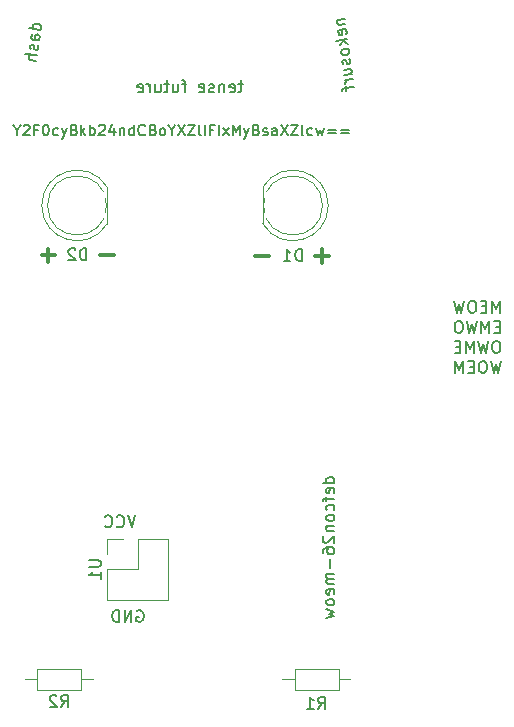
<source format=gbo>
G04 #@! TF.FileFunction,Legend,Bot*
%FSLAX46Y46*%
G04 Gerber Fmt 4.6, Leading zero omitted, Abs format (unit mm)*
G04 Created by KiCad (PCBNEW 4.0.7) date Saturday, October 27, 2018 'PMt' 11:49:14 PM*
%MOMM*%
%LPD*%
G01*
G04 APERTURE LIST*
%ADD10C,0.100000*%
%ADD11C,0.200000*%
%ADD12C,0.300000*%
%ADD13C,0.120000*%
%ADD14C,0.150000*%
%ADD15C,0.010000*%
%ADD16R,2.200000X2.200000*%
%ADD17C,2.200000*%
%ADD18C,1.800000*%
%ADD19O,1.800000X1.800000*%
%ADD20R,2.100000X2.100000*%
%ADD21O,2.100000X2.100000*%
G04 APERTURE END LIST*
D10*
D11*
X175235952Y-89850381D02*
X175235952Y-88850381D01*
X174902618Y-89564667D01*
X174569285Y-88850381D01*
X174569285Y-89850381D01*
X174093095Y-89326571D02*
X173759761Y-89326571D01*
X173616904Y-89850381D02*
X174093095Y-89850381D01*
X174093095Y-88850381D01*
X173616904Y-88850381D01*
X172997857Y-88850381D02*
X172807380Y-88850381D01*
X172712142Y-88898000D01*
X172616904Y-88993238D01*
X172569285Y-89183714D01*
X172569285Y-89517048D01*
X172616904Y-89707524D01*
X172712142Y-89802762D01*
X172807380Y-89850381D01*
X172997857Y-89850381D01*
X173093095Y-89802762D01*
X173188333Y-89707524D01*
X173235952Y-89517048D01*
X173235952Y-89183714D01*
X173188333Y-88993238D01*
X173093095Y-88898000D01*
X172997857Y-88850381D01*
X172235952Y-88850381D02*
X171997857Y-89850381D01*
X171807380Y-89136095D01*
X171616904Y-89850381D01*
X171378809Y-88850381D01*
X175235952Y-91026571D02*
X174902618Y-91026571D01*
X174759761Y-91550381D02*
X175235952Y-91550381D01*
X175235952Y-90550381D01*
X174759761Y-90550381D01*
X174331190Y-91550381D02*
X174331190Y-90550381D01*
X173997856Y-91264667D01*
X173664523Y-90550381D01*
X173664523Y-91550381D01*
X173283571Y-90550381D02*
X173045476Y-91550381D01*
X172854999Y-90836095D01*
X172664523Y-91550381D01*
X172426428Y-90550381D01*
X171855000Y-90550381D02*
X171664523Y-90550381D01*
X171569285Y-90598000D01*
X171474047Y-90693238D01*
X171426428Y-90883714D01*
X171426428Y-91217048D01*
X171474047Y-91407524D01*
X171569285Y-91502762D01*
X171664523Y-91550381D01*
X171855000Y-91550381D01*
X171950238Y-91502762D01*
X172045476Y-91407524D01*
X172093095Y-91217048D01*
X172093095Y-90883714D01*
X172045476Y-90693238D01*
X171950238Y-90598000D01*
X171855000Y-90550381D01*
X175045476Y-92250381D02*
X174854999Y-92250381D01*
X174759761Y-92298000D01*
X174664523Y-92393238D01*
X174616904Y-92583714D01*
X174616904Y-92917048D01*
X174664523Y-93107524D01*
X174759761Y-93202762D01*
X174854999Y-93250381D01*
X175045476Y-93250381D01*
X175140714Y-93202762D01*
X175235952Y-93107524D01*
X175283571Y-92917048D01*
X175283571Y-92583714D01*
X175235952Y-92393238D01*
X175140714Y-92298000D01*
X175045476Y-92250381D01*
X174283571Y-92250381D02*
X174045476Y-93250381D01*
X173854999Y-92536095D01*
X173664523Y-93250381D01*
X173426428Y-92250381D01*
X173045476Y-93250381D02*
X173045476Y-92250381D01*
X172712142Y-92964667D01*
X172378809Y-92250381D01*
X172378809Y-93250381D01*
X171902619Y-92726571D02*
X171569285Y-92726571D01*
X171426428Y-93250381D02*
X171902619Y-93250381D01*
X171902619Y-92250381D01*
X171426428Y-92250381D01*
X175331190Y-93950381D02*
X175093095Y-94950381D01*
X174902618Y-94236095D01*
X174712142Y-94950381D01*
X174474047Y-93950381D01*
X173902619Y-93950381D02*
X173712142Y-93950381D01*
X173616904Y-93998000D01*
X173521666Y-94093238D01*
X173474047Y-94283714D01*
X173474047Y-94617048D01*
X173521666Y-94807524D01*
X173616904Y-94902762D01*
X173712142Y-94950381D01*
X173902619Y-94950381D01*
X173997857Y-94902762D01*
X174093095Y-94807524D01*
X174140714Y-94617048D01*
X174140714Y-94283714D01*
X174093095Y-94093238D01*
X173997857Y-93998000D01*
X173902619Y-93950381D01*
X173045476Y-94426571D02*
X172712142Y-94426571D01*
X172569285Y-94950381D02*
X173045476Y-94950381D01*
X173045476Y-93950381D01*
X172569285Y-93950381D01*
X172140714Y-94950381D02*
X172140714Y-93950381D01*
X171807380Y-94664667D01*
X171474047Y-93950381D01*
X171474047Y-94950381D01*
X144398833Y-107021381D02*
X144065500Y-108021381D01*
X143732166Y-107021381D01*
X142827404Y-107926143D02*
X142875023Y-107973762D01*
X143017880Y-108021381D01*
X143113118Y-108021381D01*
X143255976Y-107973762D01*
X143351214Y-107878524D01*
X143398833Y-107783286D01*
X143446452Y-107592810D01*
X143446452Y-107449952D01*
X143398833Y-107259476D01*
X143351214Y-107164238D01*
X143255976Y-107069000D01*
X143113118Y-107021381D01*
X143017880Y-107021381D01*
X142875023Y-107069000D01*
X142827404Y-107116619D01*
X141827404Y-107926143D02*
X141875023Y-107973762D01*
X142017880Y-108021381D01*
X142113118Y-108021381D01*
X142255976Y-107973762D01*
X142351214Y-107878524D01*
X142398833Y-107783286D01*
X142446452Y-107592810D01*
X142446452Y-107449952D01*
X142398833Y-107259476D01*
X142351214Y-107164238D01*
X142255976Y-107069000D01*
X142113118Y-107021381D01*
X142017880Y-107021381D01*
X141875023Y-107069000D01*
X141827404Y-107116619D01*
X144525904Y-115070000D02*
X144621142Y-115022381D01*
X144763999Y-115022381D01*
X144906857Y-115070000D01*
X145002095Y-115165238D01*
X145049714Y-115260476D01*
X145097333Y-115450952D01*
X145097333Y-115593810D01*
X145049714Y-115784286D01*
X145002095Y-115879524D01*
X144906857Y-115974762D01*
X144763999Y-116022381D01*
X144668761Y-116022381D01*
X144525904Y-115974762D01*
X144478285Y-115927143D01*
X144478285Y-115593810D01*
X144668761Y-115593810D01*
X144049714Y-116022381D02*
X144049714Y-115022381D01*
X143478285Y-116022381D01*
X143478285Y-115022381D01*
X143002095Y-116022381D02*
X143002095Y-115022381D01*
X142764000Y-115022381D01*
X142621142Y-115070000D01*
X142525904Y-115165238D01*
X142478285Y-115260476D01*
X142430666Y-115450952D01*
X142430666Y-115593810D01*
X142478285Y-115784286D01*
X142525904Y-115879524D01*
X142621142Y-115974762D01*
X142764000Y-116022381D01*
X143002095Y-116022381D01*
D12*
X160781928Y-85070143D02*
X159639071Y-85070143D01*
X160210500Y-85641571D02*
X160210500Y-84498714D01*
X137604428Y-85006643D02*
X136461571Y-85006643D01*
X137033000Y-85578071D02*
X137033000Y-84435214D01*
X155701928Y-85070143D02*
X154559071Y-85070143D01*
X142557428Y-84943143D02*
X141414571Y-84943143D01*
D11*
X134364570Y-74400571D02*
X134364570Y-74829143D01*
X134064570Y-73929143D02*
X134364570Y-74400571D01*
X134664570Y-73929143D01*
X134921714Y-74014857D02*
X134964571Y-73972000D01*
X135050285Y-73929143D01*
X135264571Y-73929143D01*
X135350285Y-73972000D01*
X135393142Y-74014857D01*
X135435999Y-74100571D01*
X135435999Y-74186286D01*
X135393142Y-74314857D01*
X134878856Y-74829143D01*
X135435999Y-74829143D01*
X136121714Y-74357714D02*
X135821714Y-74357714D01*
X135821714Y-74829143D02*
X135821714Y-73929143D01*
X136250285Y-73929143D01*
X136764571Y-73929143D02*
X136850286Y-73929143D01*
X136936000Y-73972000D01*
X136978857Y-74014857D01*
X137021714Y-74100571D01*
X137064571Y-74272000D01*
X137064571Y-74486286D01*
X137021714Y-74657714D01*
X136978857Y-74743429D01*
X136936000Y-74786286D01*
X136850286Y-74829143D01*
X136764571Y-74829143D01*
X136678857Y-74786286D01*
X136636000Y-74743429D01*
X136593143Y-74657714D01*
X136550286Y-74486286D01*
X136550286Y-74272000D01*
X136593143Y-74100571D01*
X136636000Y-74014857D01*
X136678857Y-73972000D01*
X136764571Y-73929143D01*
X137836000Y-74786286D02*
X137750286Y-74829143D01*
X137578857Y-74829143D01*
X137493143Y-74786286D01*
X137450286Y-74743429D01*
X137407429Y-74657714D01*
X137407429Y-74400571D01*
X137450286Y-74314857D01*
X137493143Y-74272000D01*
X137578857Y-74229143D01*
X137750286Y-74229143D01*
X137836000Y-74272000D01*
X138136000Y-74229143D02*
X138350286Y-74829143D01*
X138564572Y-74229143D02*
X138350286Y-74829143D01*
X138264572Y-75043429D01*
X138221715Y-75086286D01*
X138136000Y-75129143D01*
X139207429Y-74357714D02*
X139336000Y-74400571D01*
X139378857Y-74443429D01*
X139421714Y-74529143D01*
X139421714Y-74657714D01*
X139378857Y-74743429D01*
X139336000Y-74786286D01*
X139250286Y-74829143D01*
X138907429Y-74829143D01*
X138907429Y-73929143D01*
X139207429Y-73929143D01*
X139293143Y-73972000D01*
X139336000Y-74014857D01*
X139378857Y-74100571D01*
X139378857Y-74186286D01*
X139336000Y-74272000D01*
X139293143Y-74314857D01*
X139207429Y-74357714D01*
X138907429Y-74357714D01*
X139807429Y-74829143D02*
X139807429Y-73929143D01*
X139893143Y-74486286D02*
X140150286Y-74829143D01*
X140150286Y-74229143D02*
X139807429Y-74572000D01*
X140536000Y-74829143D02*
X140536000Y-73929143D01*
X140536000Y-74272000D02*
X140621714Y-74229143D01*
X140793143Y-74229143D01*
X140878857Y-74272000D01*
X140921714Y-74314857D01*
X140964571Y-74400571D01*
X140964571Y-74657714D01*
X140921714Y-74743429D01*
X140878857Y-74786286D01*
X140793143Y-74829143D01*
X140621714Y-74829143D01*
X140536000Y-74786286D01*
X141307429Y-74014857D02*
X141350286Y-73972000D01*
X141436000Y-73929143D01*
X141650286Y-73929143D01*
X141736000Y-73972000D01*
X141778857Y-74014857D01*
X141821714Y-74100571D01*
X141821714Y-74186286D01*
X141778857Y-74314857D01*
X141264571Y-74829143D01*
X141821714Y-74829143D01*
X142593143Y-74229143D02*
X142593143Y-74829143D01*
X142378857Y-73886286D02*
X142164572Y-74529143D01*
X142721714Y-74529143D01*
X143064572Y-74229143D02*
X143064572Y-74829143D01*
X143064572Y-74314857D02*
X143107429Y-74272000D01*
X143193143Y-74229143D01*
X143321715Y-74229143D01*
X143407429Y-74272000D01*
X143450286Y-74357714D01*
X143450286Y-74829143D01*
X144264572Y-74829143D02*
X144264572Y-73929143D01*
X144264572Y-74786286D02*
X144178858Y-74829143D01*
X144007429Y-74829143D01*
X143921715Y-74786286D01*
X143878858Y-74743429D01*
X143836001Y-74657714D01*
X143836001Y-74400571D01*
X143878858Y-74314857D01*
X143921715Y-74272000D01*
X144007429Y-74229143D01*
X144178858Y-74229143D01*
X144264572Y-74272000D01*
X145207429Y-74743429D02*
X145164572Y-74786286D01*
X145036001Y-74829143D01*
X144950287Y-74829143D01*
X144821715Y-74786286D01*
X144736001Y-74700571D01*
X144693144Y-74614857D01*
X144650287Y-74443429D01*
X144650287Y-74314857D01*
X144693144Y-74143429D01*
X144736001Y-74057714D01*
X144821715Y-73972000D01*
X144950287Y-73929143D01*
X145036001Y-73929143D01*
X145164572Y-73972000D01*
X145207429Y-74014857D01*
X145893144Y-74357714D02*
X146021715Y-74400571D01*
X146064572Y-74443429D01*
X146107429Y-74529143D01*
X146107429Y-74657714D01*
X146064572Y-74743429D01*
X146021715Y-74786286D01*
X145936001Y-74829143D01*
X145593144Y-74829143D01*
X145593144Y-73929143D01*
X145893144Y-73929143D01*
X145978858Y-73972000D01*
X146021715Y-74014857D01*
X146064572Y-74100571D01*
X146064572Y-74186286D01*
X146021715Y-74272000D01*
X145978858Y-74314857D01*
X145893144Y-74357714D01*
X145593144Y-74357714D01*
X146621715Y-74829143D02*
X146536001Y-74786286D01*
X146493144Y-74743429D01*
X146450287Y-74657714D01*
X146450287Y-74400571D01*
X146493144Y-74314857D01*
X146536001Y-74272000D01*
X146621715Y-74229143D01*
X146750287Y-74229143D01*
X146836001Y-74272000D01*
X146878858Y-74314857D01*
X146921715Y-74400571D01*
X146921715Y-74657714D01*
X146878858Y-74743429D01*
X146836001Y-74786286D01*
X146750287Y-74829143D01*
X146621715Y-74829143D01*
X147478858Y-74400571D02*
X147478858Y-74829143D01*
X147178858Y-73929143D02*
X147478858Y-74400571D01*
X147778858Y-73929143D01*
X147993144Y-73929143D02*
X148593144Y-74829143D01*
X148593144Y-73929143D02*
X147993144Y-74829143D01*
X148850287Y-73929143D02*
X149450287Y-73929143D01*
X148850287Y-74829143D01*
X149450287Y-74829143D01*
X149921716Y-74829143D02*
X149836002Y-74786286D01*
X149793145Y-74700571D01*
X149793145Y-73929143D01*
X150264574Y-74829143D02*
X150264574Y-73929143D01*
X150993145Y-74357714D02*
X150693145Y-74357714D01*
X150693145Y-74829143D02*
X150693145Y-73929143D01*
X151121716Y-73929143D01*
X151464574Y-74829143D02*
X151464574Y-73929143D01*
X151807430Y-74829143D02*
X152278859Y-74229143D01*
X151807430Y-74229143D02*
X152278859Y-74829143D01*
X152621716Y-74829143D02*
X152621716Y-73929143D01*
X152921716Y-74572000D01*
X153221716Y-73929143D01*
X153221716Y-74829143D01*
X153564572Y-74229143D02*
X153778858Y-74829143D01*
X153993144Y-74229143D02*
X153778858Y-74829143D01*
X153693144Y-75043429D01*
X153650287Y-75086286D01*
X153564572Y-75129143D01*
X154636001Y-74357714D02*
X154764572Y-74400571D01*
X154807429Y-74443429D01*
X154850286Y-74529143D01*
X154850286Y-74657714D01*
X154807429Y-74743429D01*
X154764572Y-74786286D01*
X154678858Y-74829143D01*
X154336001Y-74829143D01*
X154336001Y-73929143D01*
X154636001Y-73929143D01*
X154721715Y-73972000D01*
X154764572Y-74014857D01*
X154807429Y-74100571D01*
X154807429Y-74186286D01*
X154764572Y-74272000D01*
X154721715Y-74314857D01*
X154636001Y-74357714D01*
X154336001Y-74357714D01*
X155193144Y-74786286D02*
X155278858Y-74829143D01*
X155450286Y-74829143D01*
X155536001Y-74786286D01*
X155578858Y-74700571D01*
X155578858Y-74657714D01*
X155536001Y-74572000D01*
X155450286Y-74529143D01*
X155321715Y-74529143D01*
X155236001Y-74486286D01*
X155193144Y-74400571D01*
X155193144Y-74357714D01*
X155236001Y-74272000D01*
X155321715Y-74229143D01*
X155450286Y-74229143D01*
X155536001Y-74272000D01*
X156350286Y-74829143D02*
X156350286Y-74357714D01*
X156307429Y-74272000D01*
X156221715Y-74229143D01*
X156050286Y-74229143D01*
X155964572Y-74272000D01*
X156350286Y-74786286D02*
X156264572Y-74829143D01*
X156050286Y-74829143D01*
X155964572Y-74786286D01*
X155921715Y-74700571D01*
X155921715Y-74614857D01*
X155964572Y-74529143D01*
X156050286Y-74486286D01*
X156264572Y-74486286D01*
X156350286Y-74443429D01*
X156693143Y-73929143D02*
X157293143Y-74829143D01*
X157293143Y-73929143D02*
X156693143Y-74829143D01*
X157550286Y-73929143D02*
X158150286Y-73929143D01*
X157550286Y-74829143D01*
X158150286Y-74829143D01*
X158621715Y-74829143D02*
X158536001Y-74786286D01*
X158493144Y-74700571D01*
X158493144Y-73929143D01*
X159350287Y-74786286D02*
X159264573Y-74829143D01*
X159093144Y-74829143D01*
X159007430Y-74786286D01*
X158964573Y-74743429D01*
X158921716Y-74657714D01*
X158921716Y-74400571D01*
X158964573Y-74314857D01*
X159007430Y-74272000D01*
X159093144Y-74229143D01*
X159264573Y-74229143D01*
X159350287Y-74272000D01*
X159650287Y-74229143D02*
X159821716Y-74829143D01*
X159993145Y-74400571D01*
X160164573Y-74829143D01*
X160336002Y-74229143D01*
X160678859Y-74357714D02*
X161364573Y-74357714D01*
X161364573Y-74614857D02*
X160678859Y-74614857D01*
X161793145Y-74357714D02*
X162478859Y-74357714D01*
X162478859Y-74614857D02*
X161793145Y-74614857D01*
X153471001Y-70524714D02*
X153090049Y-70524714D01*
X153328144Y-70191381D02*
X153328144Y-71048524D01*
X153280525Y-71143762D01*
X153185287Y-71191381D01*
X153090049Y-71191381D01*
X152375762Y-71143762D02*
X152471000Y-71191381D01*
X152661477Y-71191381D01*
X152756715Y-71143762D01*
X152804334Y-71048524D01*
X152804334Y-70667571D01*
X152756715Y-70572333D01*
X152661477Y-70524714D01*
X152471000Y-70524714D01*
X152375762Y-70572333D01*
X152328143Y-70667571D01*
X152328143Y-70762810D01*
X152804334Y-70858048D01*
X151899572Y-70524714D02*
X151899572Y-71191381D01*
X151899572Y-70619952D02*
X151851953Y-70572333D01*
X151756715Y-70524714D01*
X151613857Y-70524714D01*
X151518619Y-70572333D01*
X151471000Y-70667571D01*
X151471000Y-71191381D01*
X151042429Y-71143762D02*
X150947191Y-71191381D01*
X150756715Y-71191381D01*
X150661476Y-71143762D01*
X150613857Y-71048524D01*
X150613857Y-71000905D01*
X150661476Y-70905667D01*
X150756715Y-70858048D01*
X150899572Y-70858048D01*
X150994810Y-70810429D01*
X151042429Y-70715190D01*
X151042429Y-70667571D01*
X150994810Y-70572333D01*
X150899572Y-70524714D01*
X150756715Y-70524714D01*
X150661476Y-70572333D01*
X149804333Y-71143762D02*
X149899571Y-71191381D01*
X150090048Y-71191381D01*
X150185286Y-71143762D01*
X150232905Y-71048524D01*
X150232905Y-70667571D01*
X150185286Y-70572333D01*
X150090048Y-70524714D01*
X149899571Y-70524714D01*
X149804333Y-70572333D01*
X149756714Y-70667571D01*
X149756714Y-70762810D01*
X150232905Y-70858048D01*
X148709095Y-70524714D02*
X148328143Y-70524714D01*
X148566238Y-71191381D02*
X148566238Y-70334238D01*
X148518619Y-70239000D01*
X148423381Y-70191381D01*
X148328143Y-70191381D01*
X147566237Y-70524714D02*
X147566237Y-71191381D01*
X147994809Y-70524714D02*
X147994809Y-71048524D01*
X147947190Y-71143762D01*
X147851952Y-71191381D01*
X147709094Y-71191381D01*
X147613856Y-71143762D01*
X147566237Y-71096143D01*
X147232904Y-70524714D02*
X146851952Y-70524714D01*
X147090047Y-70191381D02*
X147090047Y-71048524D01*
X147042428Y-71143762D01*
X146947190Y-71191381D01*
X146851952Y-71191381D01*
X146090046Y-70524714D02*
X146090046Y-71191381D01*
X146518618Y-70524714D02*
X146518618Y-71048524D01*
X146470999Y-71143762D01*
X146375761Y-71191381D01*
X146232903Y-71191381D01*
X146137665Y-71143762D01*
X146090046Y-71096143D01*
X145613856Y-71191381D02*
X145613856Y-70524714D01*
X145613856Y-70715190D02*
X145566237Y-70619952D01*
X145518618Y-70572333D01*
X145423380Y-70524714D01*
X145328141Y-70524714D01*
X144613855Y-71143762D02*
X144709093Y-71191381D01*
X144899570Y-71191381D01*
X144994808Y-71143762D01*
X145042427Y-71048524D01*
X145042427Y-70667571D01*
X144994808Y-70572333D01*
X144899570Y-70524714D01*
X144709093Y-70524714D01*
X144613855Y-70572333D01*
X144566236Y-70667571D01*
X144566236Y-70762810D01*
X145042427Y-70858048D01*
X161454184Y-65045846D02*
X162115148Y-64958828D01*
X161548607Y-65033415D02*
X161507611Y-65086842D01*
X161472831Y-65187481D01*
X161491477Y-65329117D01*
X161551120Y-65417324D01*
X161651759Y-65452105D01*
X162171088Y-65383734D01*
X162235756Y-66239760D02*
X162270536Y-66139121D01*
X162245674Y-65950273D01*
X162186031Y-65862066D01*
X162085392Y-65827285D01*
X161707699Y-65877009D01*
X161619491Y-65936652D01*
X161584710Y-66037291D01*
X161609572Y-66226138D01*
X161669215Y-66314346D01*
X161769854Y-66349127D01*
X161864278Y-66336695D01*
X161896546Y-65852147D01*
X162345122Y-66705660D02*
X161353678Y-66836186D01*
X161979861Y-66849808D02*
X162394847Y-67083354D01*
X161733883Y-67170372D02*
X162061853Y-66742953D01*
X162469433Y-67649893D02*
X162409790Y-67561686D01*
X162356363Y-67520690D01*
X162255724Y-67485909D01*
X161972454Y-67523202D01*
X161884246Y-67582845D01*
X161843250Y-67636272D01*
X161808469Y-67736911D01*
X161827116Y-67878547D01*
X161886759Y-67966754D01*
X161940186Y-68007750D01*
X162040825Y-68042531D01*
X162324095Y-68005238D01*
X162412303Y-67945595D01*
X162453299Y-67892168D01*
X162488080Y-67791529D01*
X162469433Y-67649893D01*
X162515454Y-68364284D02*
X162575097Y-68452492D01*
X162599959Y-68641338D01*
X162565179Y-68741978D01*
X162476971Y-68801621D01*
X162429760Y-68807836D01*
X162329121Y-68773056D01*
X162269478Y-68684847D01*
X162250831Y-68543212D01*
X162191189Y-68455004D01*
X162090549Y-68420224D01*
X162043337Y-68426439D01*
X161955130Y-68486082D01*
X161920349Y-68586721D01*
X161938996Y-68728356D01*
X161998638Y-68816564D01*
X162069522Y-69719802D02*
X162730486Y-69632784D01*
X162013582Y-69294896D02*
X162532911Y-69226525D01*
X162633550Y-69261306D01*
X162693192Y-69349513D01*
X162711839Y-69491149D01*
X162677058Y-69591788D01*
X162636062Y-69645215D01*
X162792641Y-70104900D02*
X162131677Y-70191918D01*
X162320524Y-70167056D02*
X162232316Y-70226698D01*
X162191320Y-70280125D01*
X162156539Y-70380764D01*
X162168971Y-70475188D01*
X162193833Y-70664035D02*
X162243557Y-71041728D01*
X162873443Y-70718652D02*
X162023633Y-70830532D01*
X161935425Y-70890174D01*
X161900645Y-70990813D01*
X161913076Y-71085236D01*
X136354468Y-65902179D02*
X135363023Y-65771653D01*
X136307256Y-65895964D02*
X136366899Y-65807756D01*
X136391761Y-65618909D01*
X136356981Y-65518270D01*
X136315985Y-65464843D01*
X136227777Y-65405200D01*
X135944506Y-65367907D01*
X135843868Y-65402688D01*
X135790440Y-65443684D01*
X135730798Y-65531891D01*
X135705936Y-65720739D01*
X135740716Y-65821378D01*
X136236373Y-66799201D02*
X135717044Y-66730830D01*
X135628836Y-66671188D01*
X135594056Y-66570549D01*
X135618918Y-66381701D01*
X135678561Y-66293494D01*
X136189161Y-66792986D02*
X136248804Y-66704778D01*
X136279882Y-66468719D01*
X136245101Y-66368080D01*
X136156893Y-66308437D01*
X136062470Y-66296006D01*
X135961832Y-66330787D01*
X135902189Y-66418995D01*
X135871111Y-66655054D01*
X135811468Y-66743261D01*
X136133222Y-67217890D02*
X136168002Y-67318529D01*
X136143140Y-67507375D01*
X136083497Y-67595584D01*
X135982858Y-67630365D01*
X135935647Y-67624149D01*
X135847439Y-67564506D01*
X135812659Y-67463867D01*
X135831305Y-67322232D01*
X135796525Y-67221593D01*
X135708316Y-67161950D01*
X135661104Y-67155735D01*
X135560466Y-67190515D01*
X135500823Y-67278723D01*
X135482176Y-67420358D01*
X135516957Y-67520998D01*
X136068554Y-68073916D02*
X135077109Y-67943389D01*
X136012614Y-68498821D02*
X135493285Y-68430450D01*
X135405077Y-68370808D01*
X135370297Y-68270169D01*
X135388943Y-68128533D01*
X135448586Y-68040325D01*
X135502013Y-67999329D01*
X161234381Y-104251810D02*
X160234381Y-104251810D01*
X161186762Y-104251810D02*
X161234381Y-104156572D01*
X161234381Y-103966095D01*
X161186762Y-103870857D01*
X161139143Y-103823238D01*
X161043905Y-103775619D01*
X160758190Y-103775619D01*
X160662952Y-103823238D01*
X160615333Y-103870857D01*
X160567714Y-103966095D01*
X160567714Y-104156572D01*
X160615333Y-104251810D01*
X161186762Y-105108953D02*
X161234381Y-105013715D01*
X161234381Y-104823238D01*
X161186762Y-104728000D01*
X161091524Y-104680381D01*
X160710571Y-104680381D01*
X160615333Y-104728000D01*
X160567714Y-104823238D01*
X160567714Y-105013715D01*
X160615333Y-105108953D01*
X160710571Y-105156572D01*
X160805810Y-105156572D01*
X160901048Y-104680381D01*
X160567714Y-105442286D02*
X160567714Y-105823238D01*
X161234381Y-105585143D02*
X160377238Y-105585143D01*
X160282000Y-105632762D01*
X160234381Y-105728000D01*
X160234381Y-105823238D01*
X161186762Y-106585144D02*
X161234381Y-106489906D01*
X161234381Y-106299429D01*
X161186762Y-106204191D01*
X161139143Y-106156572D01*
X161043905Y-106108953D01*
X160758190Y-106108953D01*
X160662952Y-106156572D01*
X160615333Y-106204191D01*
X160567714Y-106299429D01*
X160567714Y-106489906D01*
X160615333Y-106585144D01*
X161234381Y-107156572D02*
X161186762Y-107061334D01*
X161139143Y-107013715D01*
X161043905Y-106966096D01*
X160758190Y-106966096D01*
X160662952Y-107013715D01*
X160615333Y-107061334D01*
X160567714Y-107156572D01*
X160567714Y-107299430D01*
X160615333Y-107394668D01*
X160662952Y-107442287D01*
X160758190Y-107489906D01*
X161043905Y-107489906D01*
X161139143Y-107442287D01*
X161186762Y-107394668D01*
X161234381Y-107299430D01*
X161234381Y-107156572D01*
X160567714Y-107918477D02*
X161234381Y-107918477D01*
X160662952Y-107918477D02*
X160615333Y-107966096D01*
X160567714Y-108061334D01*
X160567714Y-108204192D01*
X160615333Y-108299430D01*
X160710571Y-108347049D01*
X161234381Y-108347049D01*
X160329619Y-108775620D02*
X160282000Y-108823239D01*
X160234381Y-108918477D01*
X160234381Y-109156573D01*
X160282000Y-109251811D01*
X160329619Y-109299430D01*
X160424857Y-109347049D01*
X160520095Y-109347049D01*
X160662952Y-109299430D01*
X161234381Y-108728001D01*
X161234381Y-109347049D01*
X160234381Y-110204192D02*
X160234381Y-110013715D01*
X160282000Y-109918477D01*
X160329619Y-109870858D01*
X160472476Y-109775620D01*
X160662952Y-109728001D01*
X161043905Y-109728001D01*
X161139143Y-109775620D01*
X161186762Y-109823239D01*
X161234381Y-109918477D01*
X161234381Y-110108954D01*
X161186762Y-110204192D01*
X161139143Y-110251811D01*
X161043905Y-110299430D01*
X160805810Y-110299430D01*
X160710571Y-110251811D01*
X160662952Y-110204192D01*
X160615333Y-110108954D01*
X160615333Y-109918477D01*
X160662952Y-109823239D01*
X160710571Y-109775620D01*
X160805810Y-109728001D01*
X160853429Y-110728001D02*
X160853429Y-111489906D01*
X161234381Y-111966096D02*
X160567714Y-111966096D01*
X160662952Y-111966096D02*
X160615333Y-112013715D01*
X160567714Y-112108953D01*
X160567714Y-112251811D01*
X160615333Y-112347049D01*
X160710571Y-112394668D01*
X161234381Y-112394668D01*
X160710571Y-112394668D02*
X160615333Y-112442287D01*
X160567714Y-112537525D01*
X160567714Y-112680382D01*
X160615333Y-112775620D01*
X160710571Y-112823239D01*
X161234381Y-112823239D01*
X161186762Y-113680382D02*
X161234381Y-113585144D01*
X161234381Y-113394667D01*
X161186762Y-113299429D01*
X161091524Y-113251810D01*
X160710571Y-113251810D01*
X160615333Y-113299429D01*
X160567714Y-113394667D01*
X160567714Y-113585144D01*
X160615333Y-113680382D01*
X160710571Y-113728001D01*
X160805810Y-113728001D01*
X160901048Y-113251810D01*
X161234381Y-114299429D02*
X161186762Y-114204191D01*
X161139143Y-114156572D01*
X161043905Y-114108953D01*
X160758190Y-114108953D01*
X160662952Y-114156572D01*
X160615333Y-114204191D01*
X160567714Y-114299429D01*
X160567714Y-114442287D01*
X160615333Y-114537525D01*
X160662952Y-114585144D01*
X160758190Y-114632763D01*
X161043905Y-114632763D01*
X161139143Y-114585144D01*
X161186762Y-114537525D01*
X161234381Y-114442287D01*
X161234381Y-114299429D01*
X160567714Y-114966096D02*
X161234381Y-115156572D01*
X160758190Y-115347049D01*
X161234381Y-115537525D01*
X160567714Y-115728001D01*
D13*
X160724000Y-80771538D02*
G75*
G02X155174000Y-82316830I-2990000J-462D01*
G01*
X160724000Y-80772462D02*
G75*
G03X155174000Y-79227170I-2990000J462D01*
G01*
X160234000Y-80772000D02*
G75*
G03X160234000Y-80772000I-2500000J0D01*
G01*
X155174000Y-82317000D02*
X155174000Y-79227000D01*
X136456000Y-80772462D02*
G75*
G02X142006000Y-79227170I2990000J462D01*
G01*
X136456000Y-80771538D02*
G75*
G03X142006000Y-82316830I2990000J-462D01*
G01*
X141946000Y-80772000D02*
G75*
G03X141946000Y-80772000I-2500000J0D01*
G01*
X142006000Y-79227000D02*
X142006000Y-82317000D01*
X136062000Y-121764000D02*
X136062000Y-120044000D01*
X136062000Y-120044000D02*
X139782000Y-120044000D01*
X139782000Y-120044000D02*
X139782000Y-121764000D01*
X139782000Y-121764000D02*
X136062000Y-121764000D01*
X134992000Y-120904000D02*
X136062000Y-120904000D01*
X140852000Y-120904000D02*
X139782000Y-120904000D01*
X147189500Y-108969500D02*
X147189500Y-114169500D01*
X144589500Y-108969500D02*
X147189500Y-108969500D01*
X141989500Y-114169500D02*
X147189500Y-114169500D01*
X144589500Y-108969500D02*
X144589500Y-111569500D01*
X144589500Y-111569500D02*
X141989500Y-111569500D01*
X141989500Y-111569500D02*
X141989500Y-114169500D01*
X143319500Y-108969500D02*
X141989500Y-108969500D01*
X141989500Y-108969500D02*
X141989500Y-110299500D01*
X161626000Y-120044000D02*
X161626000Y-121764000D01*
X161626000Y-121764000D02*
X157906000Y-121764000D01*
X157906000Y-121764000D02*
X157906000Y-120044000D01*
X157906000Y-120044000D02*
X161626000Y-120044000D01*
X162696000Y-120904000D02*
X161626000Y-120904000D01*
X156836000Y-120904000D02*
X157906000Y-120904000D01*
D14*
X158472095Y-85478881D02*
X158472095Y-84478881D01*
X158234000Y-84478881D01*
X158091142Y-84526500D01*
X157995904Y-84621738D01*
X157948285Y-84716976D01*
X157900666Y-84907452D01*
X157900666Y-85050310D01*
X157948285Y-85240786D01*
X157995904Y-85336024D01*
X158091142Y-85431262D01*
X158234000Y-85478881D01*
X158472095Y-85478881D01*
X156948285Y-85478881D02*
X157519714Y-85478881D01*
X157234000Y-85478881D02*
X157234000Y-84478881D01*
X157329238Y-84621738D01*
X157424476Y-84716976D01*
X157519714Y-84764595D01*
X140247595Y-85415381D02*
X140247595Y-84415381D01*
X140009500Y-84415381D01*
X139866642Y-84463000D01*
X139771404Y-84558238D01*
X139723785Y-84653476D01*
X139676166Y-84843952D01*
X139676166Y-84986810D01*
X139723785Y-85177286D01*
X139771404Y-85272524D01*
X139866642Y-85367762D01*
X140009500Y-85415381D01*
X140247595Y-85415381D01*
X139295214Y-84510619D02*
X139247595Y-84463000D01*
X139152357Y-84415381D01*
X138914261Y-84415381D01*
X138819023Y-84463000D01*
X138771404Y-84510619D01*
X138723785Y-84605857D01*
X138723785Y-84701095D01*
X138771404Y-84843952D01*
X139342833Y-85415381D01*
X138723785Y-85415381D01*
X138088666Y-123216381D02*
X138422000Y-122740190D01*
X138660095Y-123216381D02*
X138660095Y-122216381D01*
X138279142Y-122216381D01*
X138183904Y-122264000D01*
X138136285Y-122311619D01*
X138088666Y-122406857D01*
X138088666Y-122549714D01*
X138136285Y-122644952D01*
X138183904Y-122692571D01*
X138279142Y-122740190D01*
X138660095Y-122740190D01*
X137707714Y-122311619D02*
X137660095Y-122264000D01*
X137564857Y-122216381D01*
X137326761Y-122216381D01*
X137231523Y-122264000D01*
X137183904Y-122311619D01*
X137136285Y-122406857D01*
X137136285Y-122502095D01*
X137183904Y-122644952D01*
X137755333Y-123216381D01*
X137136285Y-123216381D01*
X140441881Y-110807595D02*
X141251405Y-110807595D01*
X141346643Y-110855214D01*
X141394262Y-110902833D01*
X141441881Y-110998071D01*
X141441881Y-111188548D01*
X141394262Y-111283786D01*
X141346643Y-111331405D01*
X141251405Y-111379024D01*
X140441881Y-111379024D01*
X141441881Y-112379024D02*
X141441881Y-111807595D01*
X141441881Y-112093309D02*
X140441881Y-112093309D01*
X140584738Y-111998071D01*
X140679976Y-111902833D01*
X140727595Y-111807595D01*
X159869166Y-123388381D02*
X160202500Y-122912190D01*
X160440595Y-123388381D02*
X160440595Y-122388381D01*
X160059642Y-122388381D01*
X159964404Y-122436000D01*
X159916785Y-122483619D01*
X159869166Y-122578857D01*
X159869166Y-122721714D01*
X159916785Y-122816952D01*
X159964404Y-122864571D01*
X160059642Y-122912190D01*
X160440595Y-122912190D01*
X158916785Y-123388381D02*
X159488214Y-123388381D01*
X159202500Y-123388381D02*
X159202500Y-122388381D01*
X159297738Y-122531238D01*
X159392976Y-122626476D01*
X159488214Y-122674095D01*
%LPC*%
D15*
G36*
X174896133Y-82809833D02*
X174827449Y-82839295D01*
X174745423Y-82914760D01*
X174691502Y-83015376D01*
X174674239Y-83123025D01*
X174677876Y-83156114D01*
X174693861Y-83241320D01*
X174108105Y-83459015D01*
X173522349Y-83676709D01*
X172945622Y-83462859D01*
X172784865Y-83403390D01*
X172640579Y-83350280D01*
X172519390Y-83305947D01*
X172427926Y-83272809D01*
X172372815Y-83253283D01*
X172359399Y-83249009D01*
X172356944Y-83226814D01*
X172362504Y-83171520D01*
X172365554Y-83151143D01*
X172360566Y-83031834D01*
X172309605Y-82925552D01*
X172217453Y-82842194D01*
X172215787Y-82841173D01*
X172108300Y-82801157D01*
X171982540Y-82792018D01*
X171860572Y-82813667D01*
X171795972Y-82842854D01*
X171719379Y-82913399D01*
X171665907Y-83008503D01*
X171644743Y-83109002D01*
X171648236Y-83151025D01*
X171647121Y-83216983D01*
X171616144Y-83254491D01*
X171573683Y-83298708D01*
X171530373Y-83364172D01*
X171525177Y-83373908D01*
X171496935Y-83444269D01*
X171497021Y-83508546D01*
X171509138Y-83556369D01*
X171565790Y-83665691D01*
X171654606Y-83745311D01*
X171764697Y-83792582D01*
X171885172Y-83804856D01*
X172005139Y-83779487D01*
X172113709Y-83713828D01*
X172122889Y-83705534D01*
X172204020Y-83629747D01*
X172557015Y-83761361D01*
X172679859Y-83807901D01*
X172782953Y-83848374D01*
X172858247Y-83879503D01*
X172897690Y-83898017D01*
X172901526Y-83901458D01*
X172875933Y-83912890D01*
X172811360Y-83938543D01*
X172716532Y-83975034D01*
X172600175Y-84018978D01*
X172551854Y-84037031D01*
X172403676Y-84090450D01*
X172298401Y-84124096D01*
X172232502Y-84138928D01*
X172202449Y-84135903D01*
X172200113Y-84132441D01*
X172175763Y-84095600D01*
X172128724Y-84044204D01*
X172115659Y-84031651D01*
X172011885Y-83965636D01*
X171893898Y-83939315D01*
X171773302Y-83949927D01*
X171661701Y-83994709D01*
X171570697Y-84070900D01*
X171512036Y-84175309D01*
X171496415Y-84288622D01*
X171529664Y-84390021D01*
X171589055Y-84462074D01*
X171638558Y-84521434D01*
X171650172Y-84577629D01*
X171647456Y-84596738D01*
X171651447Y-84689977D01*
X171690977Y-84787838D01*
X171756668Y-84871107D01*
X171795972Y-84901010D01*
X171906469Y-84942525D01*
X172034360Y-84951880D01*
X172157652Y-84929074D01*
X172218552Y-84901010D01*
X172289323Y-84837214D01*
X172342289Y-84751510D01*
X172368140Y-84662373D01*
X172365519Y-84609387D01*
X172363815Y-84590881D01*
X172372186Y-84573072D01*
X172396020Y-84553382D01*
X172440703Y-84529236D01*
X172511621Y-84498055D01*
X172614158Y-84457263D01*
X172753703Y-84404283D01*
X172935640Y-84336539D01*
X172936410Y-84336254D01*
X173521413Y-84119345D01*
X174096334Y-84332525D01*
X174256841Y-84391899D01*
X174400882Y-84444909D01*
X174521816Y-84489133D01*
X174613001Y-84522151D01*
X174667796Y-84541540D01*
X174680934Y-84545706D01*
X174682936Y-84566709D01*
X174675201Y-84607114D01*
X174677694Y-84687989D01*
X174714528Y-84777884D01*
X174776606Y-84859380D01*
X174828836Y-84901261D01*
X174937074Y-84942352D01*
X175062778Y-84951748D01*
X175183691Y-84929371D01*
X175241413Y-84902691D01*
X175327749Y-84826143D01*
X175381865Y-84728427D01*
X175395748Y-84624930D01*
X175393884Y-84609980D01*
X175393572Y-84542224D01*
X175423855Y-84502726D01*
X175425362Y-84501767D01*
X175480798Y-84443308D01*
X175523658Y-84355960D01*
X175545283Y-84261530D01*
X175543445Y-84204444D01*
X175500994Y-84106400D01*
X175420238Y-84023212D01*
X175313354Y-83963606D01*
X175192517Y-83936310D01*
X175168178Y-83935495D01*
X175079199Y-83952785D01*
X174984267Y-83996993D01*
X174903920Y-84056629D01*
X174865411Y-84104892D01*
X174825690Y-84149395D01*
X174792930Y-84150165D01*
X174755002Y-84135618D01*
X174679788Y-84107273D01*
X174577673Y-84069028D01*
X174459043Y-84024782D01*
X174441431Y-84018227D01*
X174326497Y-83974718D01*
X174231848Y-83937460D01*
X174166048Y-83909934D01*
X174137666Y-83895621D01*
X174137258Y-83894622D01*
X174162546Y-83883682D01*
X174227088Y-83858645D01*
X174322335Y-83822752D01*
X174439737Y-83779243D01*
X174499274Y-83757400D01*
X174639794Y-83706892D01*
X174740257Y-83673378D01*
X174807869Y-83655093D01*
X174849836Y-83650269D01*
X174873363Y-83657140D01*
X174880173Y-83664007D01*
X174942328Y-83720776D01*
X175031060Y-83771167D01*
X175122425Y-83803037D01*
X175164716Y-83808273D01*
X175288675Y-83788630D01*
X175400237Y-83735023D01*
X175487525Y-83655886D01*
X175538663Y-83559648D01*
X175543445Y-83539420D01*
X175541191Y-83452622D01*
X175511816Y-83358087D01*
X175463981Y-83277624D01*
X175425362Y-83242097D01*
X175394038Y-83203243D01*
X175393450Y-83136616D01*
X175393884Y-83133883D01*
X175386672Y-83030841D01*
X175338034Y-82931291D01*
X175255984Y-82850620D01*
X175241413Y-82841173D01*
X175137587Y-82802323D01*
X175014982Y-82791842D01*
X174896133Y-82809833D01*
X174896133Y-82809833D01*
G37*
X174896133Y-82809833D02*
X174827449Y-82839295D01*
X174745423Y-82914760D01*
X174691502Y-83015376D01*
X174674239Y-83123025D01*
X174677876Y-83156114D01*
X174693861Y-83241320D01*
X174108105Y-83459015D01*
X173522349Y-83676709D01*
X172945622Y-83462859D01*
X172784865Y-83403390D01*
X172640579Y-83350280D01*
X172519390Y-83305947D01*
X172427926Y-83272809D01*
X172372815Y-83253283D01*
X172359399Y-83249009D01*
X172356944Y-83226814D01*
X172362504Y-83171520D01*
X172365554Y-83151143D01*
X172360566Y-83031834D01*
X172309605Y-82925552D01*
X172217453Y-82842194D01*
X172215787Y-82841173D01*
X172108300Y-82801157D01*
X171982540Y-82792018D01*
X171860572Y-82813667D01*
X171795972Y-82842854D01*
X171719379Y-82913399D01*
X171665907Y-83008503D01*
X171644743Y-83109002D01*
X171648236Y-83151025D01*
X171647121Y-83216983D01*
X171616144Y-83254491D01*
X171573683Y-83298708D01*
X171530373Y-83364172D01*
X171525177Y-83373908D01*
X171496935Y-83444269D01*
X171497021Y-83508546D01*
X171509138Y-83556369D01*
X171565790Y-83665691D01*
X171654606Y-83745311D01*
X171764697Y-83792582D01*
X171885172Y-83804856D01*
X172005139Y-83779487D01*
X172113709Y-83713828D01*
X172122889Y-83705534D01*
X172204020Y-83629747D01*
X172557015Y-83761361D01*
X172679859Y-83807901D01*
X172782953Y-83848374D01*
X172858247Y-83879503D01*
X172897690Y-83898017D01*
X172901526Y-83901458D01*
X172875933Y-83912890D01*
X172811360Y-83938543D01*
X172716532Y-83975034D01*
X172600175Y-84018978D01*
X172551854Y-84037031D01*
X172403676Y-84090450D01*
X172298401Y-84124096D01*
X172232502Y-84138928D01*
X172202449Y-84135903D01*
X172200113Y-84132441D01*
X172175763Y-84095600D01*
X172128724Y-84044204D01*
X172115659Y-84031651D01*
X172011885Y-83965636D01*
X171893898Y-83939315D01*
X171773302Y-83949927D01*
X171661701Y-83994709D01*
X171570697Y-84070900D01*
X171512036Y-84175309D01*
X171496415Y-84288622D01*
X171529664Y-84390021D01*
X171589055Y-84462074D01*
X171638558Y-84521434D01*
X171650172Y-84577629D01*
X171647456Y-84596738D01*
X171651447Y-84689977D01*
X171690977Y-84787838D01*
X171756668Y-84871107D01*
X171795972Y-84901010D01*
X171906469Y-84942525D01*
X172034360Y-84951880D01*
X172157652Y-84929074D01*
X172218552Y-84901010D01*
X172289323Y-84837214D01*
X172342289Y-84751510D01*
X172368140Y-84662373D01*
X172365519Y-84609387D01*
X172363815Y-84590881D01*
X172372186Y-84573072D01*
X172396020Y-84553382D01*
X172440703Y-84529236D01*
X172511621Y-84498055D01*
X172614158Y-84457263D01*
X172753703Y-84404283D01*
X172935640Y-84336539D01*
X172936410Y-84336254D01*
X173521413Y-84119345D01*
X174096334Y-84332525D01*
X174256841Y-84391899D01*
X174400882Y-84444909D01*
X174521816Y-84489133D01*
X174613001Y-84522151D01*
X174667796Y-84541540D01*
X174680934Y-84545706D01*
X174682936Y-84566709D01*
X174675201Y-84607114D01*
X174677694Y-84687989D01*
X174714528Y-84777884D01*
X174776606Y-84859380D01*
X174828836Y-84901261D01*
X174937074Y-84942352D01*
X175062778Y-84951748D01*
X175183691Y-84929371D01*
X175241413Y-84902691D01*
X175327749Y-84826143D01*
X175381865Y-84728427D01*
X175395748Y-84624930D01*
X175393884Y-84609980D01*
X175393572Y-84542224D01*
X175423855Y-84502726D01*
X175425362Y-84501767D01*
X175480798Y-84443308D01*
X175523658Y-84355960D01*
X175545283Y-84261530D01*
X175543445Y-84204444D01*
X175500994Y-84106400D01*
X175420238Y-84023212D01*
X175313354Y-83963606D01*
X175192517Y-83936310D01*
X175168178Y-83935495D01*
X175079199Y-83952785D01*
X174984267Y-83996993D01*
X174903920Y-84056629D01*
X174865411Y-84104892D01*
X174825690Y-84149395D01*
X174792930Y-84150165D01*
X174755002Y-84135618D01*
X174679788Y-84107273D01*
X174577673Y-84069028D01*
X174459043Y-84024782D01*
X174441431Y-84018227D01*
X174326497Y-83974718D01*
X174231848Y-83937460D01*
X174166048Y-83909934D01*
X174137666Y-83895621D01*
X174137258Y-83894622D01*
X174162546Y-83883682D01*
X174227088Y-83858645D01*
X174322335Y-83822752D01*
X174439737Y-83779243D01*
X174499274Y-83757400D01*
X174639794Y-83706892D01*
X174740257Y-83673378D01*
X174807869Y-83655093D01*
X174849836Y-83650269D01*
X174873363Y-83657140D01*
X174880173Y-83664007D01*
X174942328Y-83720776D01*
X175031060Y-83771167D01*
X175122425Y-83803037D01*
X175164716Y-83808273D01*
X175288675Y-83788630D01*
X175400237Y-83735023D01*
X175487525Y-83655886D01*
X175538663Y-83559648D01*
X175543445Y-83539420D01*
X175541191Y-83452622D01*
X175511816Y-83358087D01*
X175463981Y-83277624D01*
X175425362Y-83242097D01*
X175394038Y-83203243D01*
X175393450Y-83136616D01*
X175393884Y-83133883D01*
X175386672Y-83030841D01*
X175338034Y-82931291D01*
X175255984Y-82850620D01*
X175241413Y-82841173D01*
X175137587Y-82802323D01*
X175014982Y-82791842D01*
X174896133Y-82809833D01*
G36*
X174258004Y-80517563D02*
X174109280Y-80566602D01*
X173991065Y-80638914D01*
X173864074Y-80745862D01*
X173740503Y-80875756D01*
X173632549Y-81016908D01*
X173620707Y-81034843D01*
X173573889Y-81103142D01*
X173536870Y-81149997D01*
X173520075Y-81164124D01*
X173498208Y-81144527D01*
X173459279Y-81093901D01*
X173424757Y-81043046D01*
X173346010Y-80938416D01*
X173244064Y-80826811D01*
X173131057Y-80719513D01*
X173019129Y-80627802D01*
X172920417Y-80562958D01*
X172894219Y-80549997D01*
X172812344Y-80519918D01*
X172730237Y-80506483D01*
X172625927Y-80506676D01*
X172592443Y-80508588D01*
X172394496Y-80543647D01*
X172223398Y-80621801D01*
X172078897Y-80743233D01*
X171960736Y-80908123D01*
X171921394Y-80984986D01*
X171867373Y-81158172D01*
X171853033Y-81351711D01*
X171876956Y-81556010D01*
X171937723Y-81761478D01*
X172033915Y-81958523D01*
X172074847Y-82022495D01*
X172157848Y-82129059D01*
X172276020Y-82259434D01*
X172423238Y-82407764D01*
X172593375Y-82568192D01*
X172780306Y-82734861D01*
X172977902Y-82901912D01*
X173087688Y-82990859D01*
X173213108Y-83090235D01*
X173325240Y-83177865D01*
X173417993Y-83249086D01*
X173485277Y-83299240D01*
X173520998Y-83323664D01*
X173524776Y-83325285D01*
X173553186Y-83307257D01*
X173556872Y-83302029D01*
X173580021Y-83279958D01*
X173637004Y-83230879D01*
X173722015Y-83159637D01*
X173829247Y-83071074D01*
X173952896Y-82970036D01*
X174021608Y-82914292D01*
X174291772Y-82690687D01*
X174520843Y-82489408D01*
X174711452Y-82306814D01*
X174866226Y-82139263D01*
X174987795Y-81983114D01*
X175078786Y-81834726D01*
X175141829Y-81690455D01*
X175179552Y-81546662D01*
X175194584Y-81399703D01*
X175192932Y-81291599D01*
X175165289Y-81100367D01*
X175102756Y-80937850D01*
X174999462Y-80791011D01*
X174939040Y-80727472D01*
X174787056Y-80610971D01*
X174616965Y-80536004D01*
X174437652Y-80504294D01*
X174258004Y-80517563D01*
X174258004Y-80517563D01*
G37*
X174258004Y-80517563D02*
X174109280Y-80566602D01*
X173991065Y-80638914D01*
X173864074Y-80745862D01*
X173740503Y-80875756D01*
X173632549Y-81016908D01*
X173620707Y-81034843D01*
X173573889Y-81103142D01*
X173536870Y-81149997D01*
X173520075Y-81164124D01*
X173498208Y-81144527D01*
X173459279Y-81093901D01*
X173424757Y-81043046D01*
X173346010Y-80938416D01*
X173244064Y-80826811D01*
X173131057Y-80719513D01*
X173019129Y-80627802D01*
X172920417Y-80562958D01*
X172894219Y-80549997D01*
X172812344Y-80519918D01*
X172730237Y-80506483D01*
X172625927Y-80506676D01*
X172592443Y-80508588D01*
X172394496Y-80543647D01*
X172223398Y-80621801D01*
X172078897Y-80743233D01*
X171960736Y-80908123D01*
X171921394Y-80984986D01*
X171867373Y-81158172D01*
X171853033Y-81351711D01*
X171876956Y-81556010D01*
X171937723Y-81761478D01*
X172033915Y-81958523D01*
X172074847Y-82022495D01*
X172157848Y-82129059D01*
X172276020Y-82259434D01*
X172423238Y-82407764D01*
X172593375Y-82568192D01*
X172780306Y-82734861D01*
X172977902Y-82901912D01*
X173087688Y-82990859D01*
X173213108Y-83090235D01*
X173325240Y-83177865D01*
X173417993Y-83249086D01*
X173485277Y-83299240D01*
X173520998Y-83323664D01*
X173524776Y-83325285D01*
X173553186Y-83307257D01*
X173556872Y-83302029D01*
X173580021Y-83279958D01*
X173637004Y-83230879D01*
X173722015Y-83159637D01*
X173829247Y-83071074D01*
X173952896Y-82970036D01*
X174021608Y-82914292D01*
X174291772Y-82690687D01*
X174520843Y-82489408D01*
X174711452Y-82306814D01*
X174866226Y-82139263D01*
X174987795Y-81983114D01*
X175078786Y-81834726D01*
X175141829Y-81690455D01*
X175179552Y-81546662D01*
X175194584Y-81399703D01*
X175192932Y-81291599D01*
X175165289Y-81100367D01*
X175102756Y-80937850D01*
X174999462Y-80791011D01*
X174939040Y-80727472D01*
X174787056Y-80610971D01*
X174616965Y-80536004D01*
X174437652Y-80504294D01*
X174258004Y-80517563D01*
D16*
X156464000Y-80772000D03*
D17*
X159004000Y-80772000D03*
D16*
X140716000Y-80772000D03*
D17*
X138176000Y-80772000D03*
D18*
X134112000Y-120904000D03*
D19*
X141732000Y-120904000D03*
D20*
X143319500Y-110299500D03*
D21*
X143319500Y-112839500D03*
X145859500Y-110299500D03*
X145859500Y-112839500D03*
D18*
X163576000Y-120904000D03*
D19*
X155956000Y-120904000D03*
M02*

</source>
